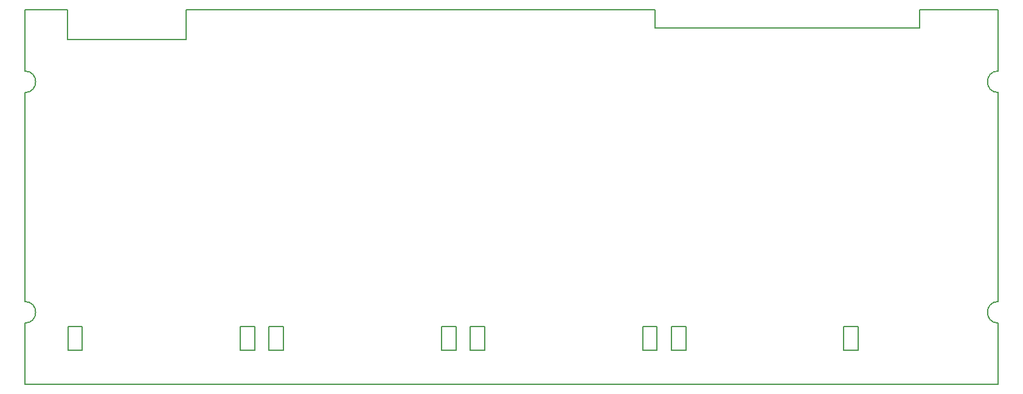
<source format=gbr>
G04 DipTrace 2.4.0.2*
%INBorderPCB.gbr*%
%MOIN*%
%ADD11C,0.0055*%
%FSLAX44Y44*%
G04*
G70*
G90*
G75*
G01*
%LNBoardOutline*%
%LPD*%
X3937Y3937D2*
D11*
X57283D1*
Y7283D1*
G02X57283Y8465I0J591D01*
G01*
Y19921D1*
G02X57283Y21102I0J591D01*
G01*
Y24449D1*
X52972D1*
Y23465D1*
X38484D1*
Y24449D1*
X12776D1*
Y22835D1*
X6280D1*
Y24449D1*
X3937D1*
Y21102D1*
G02X3937Y19921I0J-591D01*
G01*
Y8465D1*
G02X3937Y7283I0J-591D01*
G01*
Y3937D1*
X6299Y7087D2*
X7087D1*
Y5788D1*
X6299D1*
Y7087D1*
X15748D2*
X16536D1*
Y5788D1*
X15748D1*
Y7087D1*
X17323D2*
X18110D1*
Y5788D1*
X17323D1*
Y7087D1*
X26772D2*
X27559D1*
Y5788D1*
X26772D1*
Y7087D1*
X28346D2*
X29134D1*
Y5788D1*
X28346D1*
Y7087D1*
X37795D2*
X38583D1*
Y5788D1*
X37795D1*
Y7087D1*
X39370D2*
X40158D1*
Y5788D1*
X39370D1*
Y7087D1*
X48819D2*
X49606D1*
Y5788D1*
X48819D1*
Y7087D1*
M02*

</source>
